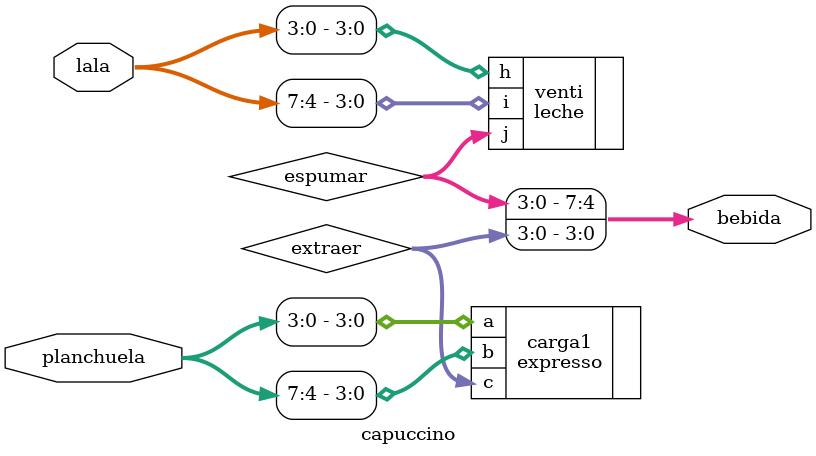
<source format=v>

`timescale 1ns/1ns
module capuccino(
    input [7:0]lala,//7 - 4, 3 - 0
    input [7:0]planchuela,
    output [7:0]bebida
);
 //definicion de cables (si) o registros 
 wire [3:0]espumar;
 wire [3:0]extraer;

 //cuerpo del modulo assigns (si) instancias(si) always(na)
 //asignaciones 
 //espumar (bits mas significativos) va a la izquierda
 //extraer (bits menos significativos) va a la derecha
 assign bebida = {espumar,extraer};  //concatenacion
                //{extraer[3:2],espumar[0],extraer[1:0],espumar[3:1]}

 //instancias
 leche venti(
    .h(lala[3:0]), //LSB
    .i(lala[7:4]), //MSB
    .j(espumar) //8 bits, no se especifica, espumar y j tienen el mismo tam

 );

 expresso carga1(
    .a(planchuela[3:0]),
    .b(planchuela[7:4]),
    .c(extraer)
 );


 endmodule
</source>
